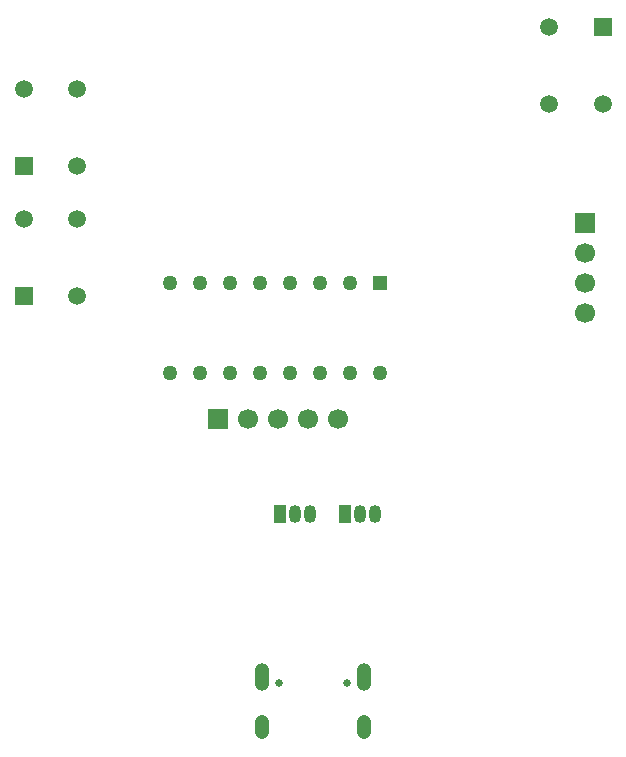
<source format=gbr>
%TF.GenerationSoftware,KiCad,Pcbnew,9.0.2*%
%TF.CreationDate,2026-02-08T22:26:42+01:00*%
%TF.ProjectId,home,686f6d65-2e6b-4696-9361-645f70636258,rev?*%
%TF.SameCoordinates,Original*%
%TF.FileFunction,Soldermask,Bot*%
%TF.FilePolarity,Negative*%
%FSLAX46Y46*%
G04 Gerber Fmt 4.6, Leading zero omitted, Abs format (unit mm)*
G04 Created by KiCad (PCBNEW 9.0.2) date 2026-02-08 22:26:42*
%MOMM*%
%LPD*%
G01*
G04 APERTURE LIST*
%ADD10R,1.700000X1.700000*%
%ADD11C,1.700000*%
%ADD12R,1.050000X1.500000*%
%ADD13O,1.050000X1.500000*%
%ADD14R,1.270000X1.270000*%
%ADD15C,1.270000*%
%ADD16R,1.498600X1.498600*%
%ADD17C,1.498600*%
%ADD18C,0.650000*%
%ADD19O,1.254000X2.354000*%
%ADD20O,1.254000X2.054000*%
G04 APERTURE END LIST*
D10*
%TO.C,J3*%
X233000000Y-114380000D03*
D11*
X233000000Y-116920000D03*
X233000000Y-119460000D03*
X233000000Y-122000000D03*
%TD*%
D12*
%TO.C,Q2*%
X212730000Y-139000000D03*
D13*
X214000000Y-139000000D03*
X215270000Y-139000000D03*
%TD*%
D14*
%TO.C,U3*%
X215700000Y-119380000D03*
D15*
X213160000Y-119380000D03*
X210620000Y-119380000D03*
X208080000Y-119380000D03*
X205540000Y-119380000D03*
X203000000Y-119380000D03*
X200460000Y-119380000D03*
X197920000Y-119380000D03*
X197920000Y-127000000D03*
X200460000Y-127000000D03*
X203000000Y-127000000D03*
X205540000Y-127000000D03*
X208080000Y-127000000D03*
X210620000Y-127000000D03*
X213160000Y-127000000D03*
X215700000Y-127000000D03*
%TD*%
D16*
%TO.C,SW4*%
X185499999Y-109500001D03*
D17*
X185499999Y-103000000D03*
X190000000Y-109500001D03*
X190000000Y-103000000D03*
%TD*%
D12*
%TO.C,Q1*%
X207190000Y-139000000D03*
D13*
X208460000Y-139000000D03*
X209730000Y-139000000D03*
%TD*%
D16*
%TO.C,SW1*%
X234500001Y-97749999D03*
D17*
X234500001Y-104250000D03*
X230000000Y-97749999D03*
X230000000Y-104250000D03*
%TD*%
D16*
%TO.C,SW2*%
X185499999Y-120500001D03*
D17*
X185499999Y-114000000D03*
X190000000Y-120500001D03*
X190000000Y-114000000D03*
%TD*%
D10*
%TO.C,J2*%
X201950000Y-130975000D03*
D11*
X204490000Y-130975000D03*
X207030000Y-130975000D03*
X209570000Y-130975000D03*
X212110000Y-130975000D03*
%TD*%
D18*
%TO.C,J1*%
X207110000Y-153320000D03*
X212890000Y-153320000D03*
D19*
X205680000Y-152820000D03*
X214320000Y-152820000D03*
D20*
X205680000Y-157000000D03*
X214320000Y-157000000D03*
%TD*%
M02*

</source>
